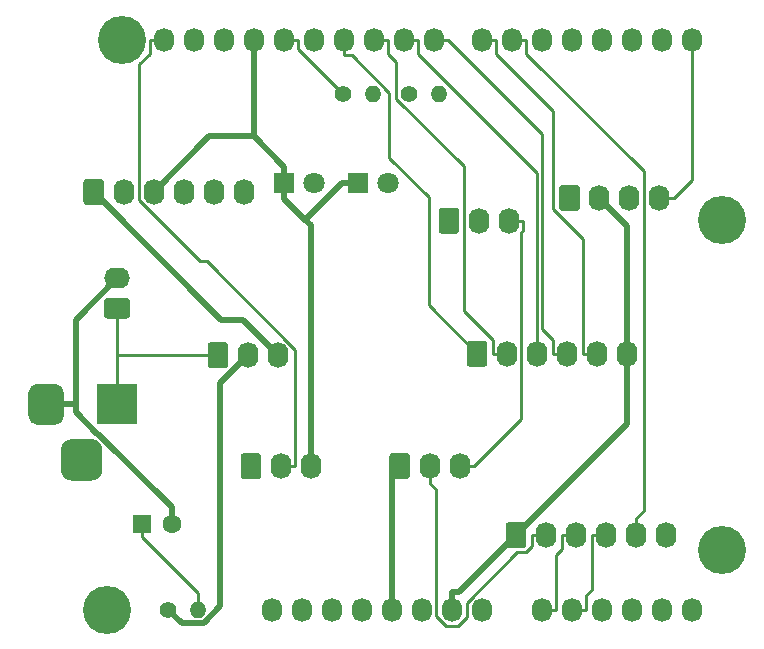
<source format=gbr>
G04 #@! TF.GenerationSoftware,KiCad,Pcbnew,(5.1.9-0-10_14)*
G04 #@! TF.CreationDate,2022-06-30T07:20:20+10:00*
G04 #@! TF.ProjectId,OH - Sim Control,4f48202d-2053-4696-9d20-436f6e74726f,rev?*
G04 #@! TF.SameCoordinates,Original*
G04 #@! TF.FileFunction,Copper,L2,Bot*
G04 #@! TF.FilePolarity,Positive*
%FSLAX46Y46*%
G04 Gerber Fmt 4.6, Leading zero omitted, Abs format (unit mm)*
G04 Created by KiCad (PCBNEW (5.1.9-0-10_14)) date 2022-06-30 07:20:20*
%MOMM*%
%LPD*%
G01*
G04 APERTURE LIST*
G04 #@! TA.AperFunction,ComponentPad*
%ADD10O,1.740000X2.200000*%
G04 #@! TD*
G04 #@! TA.AperFunction,ComponentPad*
%ADD11O,2.200000X1.740000*%
G04 #@! TD*
G04 #@! TA.AperFunction,ComponentPad*
%ADD12C,1.400000*%
G04 #@! TD*
G04 #@! TA.AperFunction,ComponentPad*
%ADD13O,1.400000X1.400000*%
G04 #@! TD*
G04 #@! TA.AperFunction,ComponentPad*
%ADD14R,3.500000X3.500000*%
G04 #@! TD*
G04 #@! TA.AperFunction,ComponentPad*
%ADD15C,1.800000*%
G04 #@! TD*
G04 #@! TA.AperFunction,ComponentPad*
%ADD16R,1.800000X1.800000*%
G04 #@! TD*
G04 #@! TA.AperFunction,ComponentPad*
%ADD17R,1.600000X1.600000*%
G04 #@! TD*
G04 #@! TA.AperFunction,ComponentPad*
%ADD18C,1.600000*%
G04 #@! TD*
G04 #@! TA.AperFunction,ComponentPad*
%ADD19O,1.727200X2.032000*%
G04 #@! TD*
G04 #@! TA.AperFunction,ComponentPad*
%ADD20C,4.064000*%
G04 #@! TD*
G04 #@! TA.AperFunction,Conductor*
%ADD21C,0.250000*%
G04 #@! TD*
G04 #@! TA.AperFunction,Conductor*
%ADD22C,0.500000*%
G04 #@! TD*
G04 APERTURE END LIST*
D10*
X159004000Y-90906600D03*
X156464000Y-90906600D03*
G04 #@! TA.AperFunction,ComponentPad*
G36*
G01*
X153054000Y-91756601D02*
X153054000Y-90056599D01*
G75*
G02*
X153303999Y-89806600I249999J0D01*
G01*
X154544001Y-89806600D01*
G75*
G02*
X154794000Y-90056599I0J-249999D01*
G01*
X154794000Y-91756601D01*
G75*
G02*
X154544001Y-92006600I-249999J0D01*
G01*
X153303999Y-92006600D01*
G75*
G02*
X153054000Y-91756601I0J249999D01*
G01*
G37*
G04 #@! TD.AperFunction*
D11*
X125832000Y-95783400D03*
G04 #@! TA.AperFunction,ComponentPad*
G36*
G01*
X126682001Y-99193400D02*
X124981999Y-99193400D01*
G75*
G02*
X124732000Y-98943401I0J249999D01*
G01*
X124732000Y-97703399D01*
G75*
G02*
X124981999Y-97453400I249999J0D01*
G01*
X126682001Y-97453400D01*
G75*
G02*
X126932000Y-97703399I0J-249999D01*
G01*
X126932000Y-98943401D01*
G75*
G02*
X126682001Y-99193400I-249999J0D01*
G01*
G37*
G04 #@! TD.AperFunction*
D10*
X139446000Y-102286000D03*
X136906000Y-102286000D03*
G04 #@! TA.AperFunction,ComponentPad*
G36*
G01*
X133496000Y-103136001D02*
X133496000Y-101435999D01*
G75*
G02*
X133745999Y-101186000I249999J0D01*
G01*
X134986001Y-101186000D01*
G75*
G02*
X135236000Y-101435999I0J-249999D01*
G01*
X135236000Y-103136001D01*
G75*
G02*
X134986001Y-103386000I-249999J0D01*
G01*
X133745999Y-103386000D01*
G75*
G02*
X133496000Y-103136001I0J249999D01*
G01*
G37*
G04 #@! TD.AperFunction*
D12*
X130150000Y-123825000D03*
D13*
X132690000Y-123825000D03*
D12*
X144932000Y-80137000D03*
D13*
X147472000Y-80137000D03*
D12*
X150520000Y-80137000D03*
D13*
X153060000Y-80137000D03*
D10*
X136550000Y-88468200D03*
X134010000Y-88468200D03*
X131470000Y-88468200D03*
X128930000Y-88468200D03*
X126390000Y-88468200D03*
G04 #@! TA.AperFunction,ComponentPad*
G36*
G01*
X122980000Y-89318201D02*
X122980000Y-87618199D01*
G75*
G02*
X123229999Y-87368200I249999J0D01*
G01*
X124470001Y-87368200D01*
G75*
G02*
X124720000Y-87618199I0J-249999D01*
G01*
X124720000Y-89318201D01*
G75*
G02*
X124470001Y-89568200I-249999J0D01*
G01*
X123229999Y-89568200D01*
G75*
G02*
X122980000Y-89318201I0J249999D01*
G01*
G37*
G04 #@! TD.AperFunction*
X154838000Y-111683000D03*
X152298000Y-111683000D03*
G04 #@! TA.AperFunction,ComponentPad*
G36*
G01*
X148888000Y-112533001D02*
X148888000Y-110832999D01*
G75*
G02*
X149137999Y-110583000I249999J0D01*
G01*
X150378001Y-110583000D01*
G75*
G02*
X150628000Y-110832999I0J-249999D01*
G01*
X150628000Y-112533001D01*
G75*
G02*
X150378001Y-112783000I-249999J0D01*
G01*
X149137999Y-112783000D01*
G75*
G02*
X148888000Y-112533001I0J249999D01*
G01*
G37*
G04 #@! TD.AperFunction*
X172314000Y-117526000D03*
X169774000Y-117526000D03*
X167234000Y-117526000D03*
X164694000Y-117526000D03*
X162154000Y-117526000D03*
G04 #@! TA.AperFunction,ComponentPad*
G36*
G01*
X158744000Y-118376001D02*
X158744000Y-116675999D01*
G75*
G02*
X158993999Y-116426000I249999J0D01*
G01*
X160234001Y-116426000D01*
G75*
G02*
X160484000Y-116675999I0J-249999D01*
G01*
X160484000Y-118376001D01*
G75*
G02*
X160234001Y-118626000I-249999J0D01*
G01*
X158993999Y-118626000D01*
G75*
G02*
X158744000Y-118376001I0J249999D01*
G01*
G37*
G04 #@! TD.AperFunction*
X171755000Y-88976200D03*
X169215000Y-88976200D03*
X166675000Y-88976200D03*
G04 #@! TA.AperFunction,ComponentPad*
G36*
G01*
X163265000Y-89826201D02*
X163265000Y-88126199D01*
G75*
G02*
X163514999Y-87876200I249999J0D01*
G01*
X164755001Y-87876200D01*
G75*
G02*
X165005000Y-88126199I0J-249999D01*
G01*
X165005000Y-89826201D01*
G75*
G02*
X164755001Y-90076200I-249999J0D01*
G01*
X163514999Y-90076200D01*
G75*
G02*
X163265000Y-89826201I0J249999D01*
G01*
G37*
G04 #@! TD.AperFunction*
X169012000Y-102184000D03*
X166472000Y-102184000D03*
X163932000Y-102184000D03*
X161392000Y-102184000D03*
X158852000Y-102184000D03*
G04 #@! TA.AperFunction,ComponentPad*
G36*
G01*
X155442000Y-103034001D02*
X155442000Y-101333999D01*
G75*
G02*
X155691999Y-101084000I249999J0D01*
G01*
X156932001Y-101084000D01*
G75*
G02*
X157182000Y-101333999I0J-249999D01*
G01*
X157182000Y-103034001D01*
G75*
G02*
X156932001Y-103284000I-249999J0D01*
G01*
X155691999Y-103284000D01*
G75*
G02*
X155442000Y-103034001I0J249999D01*
G01*
G37*
G04 #@! TD.AperFunction*
X142240000Y-111683000D03*
X139700000Y-111683000D03*
G04 #@! TA.AperFunction,ComponentPad*
G36*
G01*
X136290000Y-112533001D02*
X136290000Y-110832999D01*
G75*
G02*
X136539999Y-110583000I249999J0D01*
G01*
X137780001Y-110583000D01*
G75*
G02*
X138030000Y-110832999I0J-249999D01*
G01*
X138030000Y-112533001D01*
G75*
G02*
X137780001Y-112783000I-249999J0D01*
G01*
X136539999Y-112783000D01*
G75*
G02*
X136290000Y-112533001I0J249999D01*
G01*
G37*
G04 #@! TD.AperFunction*
G04 #@! TA.AperFunction,ComponentPad*
G36*
G01*
X121082000Y-112026000D02*
X121082000Y-110276000D01*
G75*
G02*
X121957000Y-109401000I875000J0D01*
G01*
X123707000Y-109401000D01*
G75*
G02*
X124582000Y-110276000I0J-875000D01*
G01*
X124582000Y-112026000D01*
G75*
G02*
X123707000Y-112901000I-875000J0D01*
G01*
X121957000Y-112901000D01*
G75*
G02*
X121082000Y-112026000I0J875000D01*
G01*
G37*
G04 #@! TD.AperFunction*
G04 #@! TA.AperFunction,ComponentPad*
G36*
G01*
X118332000Y-107451000D02*
X118332000Y-105451000D01*
G75*
G02*
X119082000Y-104701000I750000J0D01*
G01*
X120582000Y-104701000D01*
G75*
G02*
X121332000Y-105451000I0J-750000D01*
G01*
X121332000Y-107451000D01*
G75*
G02*
X120582000Y-108201000I-750000J0D01*
G01*
X119082000Y-108201000D01*
G75*
G02*
X118332000Y-107451000I0J750000D01*
G01*
G37*
G04 #@! TD.AperFunction*
D14*
X125832000Y-106451000D03*
D15*
X142545000Y-87706200D03*
D16*
X140005000Y-87706200D03*
D15*
X148793000Y-87706200D03*
D16*
X146253000Y-87706200D03*
D17*
X127965000Y-116561000D03*
D18*
X130465000Y-116561000D03*
D19*
X138938000Y-123825000D03*
X141478000Y-123825000D03*
X144018000Y-123825000D03*
X146558000Y-123825000D03*
X149098000Y-123825000D03*
X151638000Y-123825000D03*
X154178000Y-123825000D03*
X156718000Y-123825000D03*
X161798000Y-123825000D03*
X164338000Y-123825000D03*
X166878000Y-123825000D03*
X169418000Y-123825000D03*
X171958000Y-123825000D03*
X174498000Y-123825000D03*
X129794000Y-75565000D03*
X132334000Y-75565000D03*
X134874000Y-75565000D03*
X137414000Y-75565000D03*
X139954000Y-75565000D03*
X142494000Y-75565000D03*
X145034000Y-75565000D03*
X147574000Y-75565000D03*
X150114000Y-75565000D03*
X152654000Y-75565000D03*
X156718000Y-75565000D03*
X159258000Y-75565000D03*
X161798000Y-75565000D03*
X164338000Y-75565000D03*
X166878000Y-75565000D03*
X169418000Y-75565000D03*
X171958000Y-75565000D03*
X174498000Y-75565000D03*
D20*
X124968000Y-123825000D03*
X177038000Y-118745000D03*
X126238000Y-75565000D03*
X177038000Y-90805000D03*
D21*
X127965000Y-116561000D02*
X127965000Y-117686300D01*
X127965000Y-117686300D02*
X132690000Y-122411300D01*
X132690000Y-122411300D02*
X132690000Y-123825000D01*
D22*
X123850000Y-88468200D02*
X134674800Y-99293000D01*
X134674800Y-99293000D02*
X136453000Y-99293000D01*
X136453000Y-99293000D02*
X139446000Y-102286000D01*
X149098000Y-123825000D02*
X149098000Y-112343000D01*
X149098000Y-112343000D02*
X149758000Y-111683000D01*
X137414000Y-83764900D02*
X140005000Y-86355900D01*
X137414000Y-75565000D02*
X137414000Y-83764900D01*
X137414000Y-83764900D02*
X133633300Y-83764900D01*
X133633300Y-83764900D02*
X128930000Y-88468200D01*
X140005000Y-87706200D02*
X140005000Y-86355900D01*
X141778700Y-90830200D02*
X142240000Y-91291500D01*
X142240000Y-91291500D02*
X142240000Y-111683000D01*
X140005000Y-89056500D02*
X141778700Y-90830200D01*
X141778700Y-90830200D02*
X144902700Y-87706200D01*
X146253000Y-87706200D02*
X144902700Y-87706200D01*
X140005000Y-87706200D02*
X140005000Y-89056500D01*
X122328300Y-106451000D02*
X122328300Y-107136600D01*
X122328300Y-107136600D02*
X124139000Y-108947300D01*
X124139000Y-108947300D02*
X124259900Y-108947300D01*
X124259900Y-108947300D02*
X130465000Y-115152400D01*
X130465000Y-115152400D02*
X130465000Y-116561000D01*
X125832000Y-95783400D02*
X122328300Y-99287100D01*
X122328300Y-99287100D02*
X122328300Y-106451000D01*
X122328300Y-106451000D02*
X119832000Y-106451000D01*
X169012000Y-102184000D02*
X169012000Y-108128000D01*
X169012000Y-108128000D02*
X159614000Y-117526000D01*
X166675000Y-88976200D02*
X169012000Y-91313200D01*
X169012000Y-91313200D02*
X169012000Y-102184000D01*
X154178000Y-123825000D02*
X154178000Y-122358700D01*
X154178000Y-122358700D02*
X154781300Y-122358700D01*
X154781300Y-122358700D02*
X159614000Y-117526000D01*
D21*
X164694000Y-117526000D02*
X163498700Y-117526000D01*
X161798000Y-123825000D02*
X162986900Y-123825000D01*
X162986900Y-123825000D02*
X162986900Y-119233100D01*
X162986900Y-119233100D02*
X163498700Y-118721300D01*
X163498700Y-118721300D02*
X163498700Y-117526000D01*
X164338000Y-123825000D02*
X165526900Y-123825000D01*
X167234000Y-117526000D02*
X166038700Y-117526000D01*
X165526900Y-123825000D02*
X165526900Y-122636100D01*
X165526900Y-122636100D02*
X166038700Y-122124300D01*
X166038700Y-122124300D02*
X166038700Y-117526000D01*
X129794000Y-75565000D02*
X128605100Y-75565000D01*
X139700000Y-111683000D02*
X140895300Y-111683000D01*
X140895300Y-111683000D02*
X140895300Y-101813300D01*
X140895300Y-101813300D02*
X133405600Y-94323600D01*
X133405600Y-94323600D02*
X132821600Y-94323600D01*
X132821600Y-94323600D02*
X127683400Y-89185400D01*
X127683400Y-89185400D02*
X127683400Y-77675600D01*
X127683400Y-77675600D02*
X128605100Y-76753900D01*
X128605100Y-76753900D02*
X128605100Y-75565000D01*
X163932000Y-102184000D02*
X162736700Y-102184000D01*
X152654000Y-75565000D02*
X153842900Y-75565000D01*
X153842900Y-75565000D02*
X161842400Y-83564500D01*
X161842400Y-83564500D02*
X161842400Y-100094400D01*
X161842400Y-100094400D02*
X162736700Y-100988700D01*
X162736700Y-100988700D02*
X162736700Y-102184000D01*
X166472000Y-102184000D02*
X165276700Y-102184000D01*
X156718000Y-75565000D02*
X157906900Y-75565000D01*
X157906900Y-75565000D02*
X157906900Y-76753900D01*
X157906900Y-76753900D02*
X162736700Y-81583700D01*
X162736700Y-81583700D02*
X162736700Y-89952100D01*
X162736700Y-89952100D02*
X165276700Y-92492100D01*
X165276700Y-92492100D02*
X165276700Y-102184000D01*
X171755000Y-88976200D02*
X172950300Y-88976200D01*
X174498000Y-75565000D02*
X174498000Y-87428500D01*
X174498000Y-87428500D02*
X172950300Y-88976200D01*
X139954000Y-75565000D02*
X141142900Y-75565000D01*
X141142900Y-75565000D02*
X141142900Y-76347900D01*
X141142900Y-76347900D02*
X144932000Y-80137000D01*
X125832000Y-102286000D02*
X125832000Y-98323400D01*
X125832000Y-106451000D02*
X125832000Y-102286000D01*
X125832000Y-102286000D02*
X134366000Y-102286000D01*
D22*
X136906000Y-102286000D02*
X134586500Y-104605500D01*
X134586500Y-104605500D02*
X134586500Y-123557600D01*
X134586500Y-123557600D02*
X133151200Y-124992900D01*
X133151200Y-124992900D02*
X131317900Y-124992900D01*
X131317900Y-124992900D02*
X130150000Y-123825000D01*
D21*
X150114000Y-75565000D02*
X151302900Y-75565000D01*
X151302900Y-75565000D02*
X151302900Y-76753900D01*
X151302900Y-76753900D02*
X161392000Y-86843000D01*
X161392000Y-86843000D02*
X161392000Y-102184000D01*
X147574000Y-75565000D02*
X148762900Y-75565000D01*
X157656700Y-102184000D02*
X157656700Y-100988700D01*
X157656700Y-100988700D02*
X155194500Y-98526500D01*
X155194500Y-98526500D02*
X155194500Y-86293800D01*
X155194500Y-86293800D02*
X149482900Y-80582200D01*
X149482900Y-80582200D02*
X149482900Y-77473900D01*
X149482900Y-77473900D02*
X148762900Y-76753900D01*
X148762900Y-76753900D02*
X148762900Y-75565000D01*
X158852000Y-102184000D02*
X157656700Y-102184000D01*
X145034000Y-75565000D02*
X145034000Y-76906300D01*
X145034000Y-76906300D02*
X145694400Y-76906300D01*
X145694400Y-76906300D02*
X148873300Y-80085200D01*
X148873300Y-80085200D02*
X148873300Y-85602300D01*
X148873300Y-85602300D02*
X152202600Y-88931600D01*
X152202600Y-88931600D02*
X152202600Y-98074600D01*
X152202600Y-98074600D02*
X156312000Y-102184000D01*
X152298000Y-111683000D02*
X152298000Y-113108300D01*
X162154000Y-117526000D02*
X160958700Y-117526000D01*
X160958700Y-117526000D02*
X160958700Y-118470500D01*
X160958700Y-118470500D02*
X160476900Y-118952300D01*
X160476900Y-118952300D02*
X159724500Y-118952300D01*
X159724500Y-118952300D02*
X155448000Y-123228800D01*
X155448000Y-123228800D02*
X155448000Y-124463000D01*
X155448000Y-124463000D02*
X154687200Y-125223800D01*
X154687200Y-125223800D02*
X153690600Y-125223800D01*
X153690600Y-125223800D02*
X152856400Y-124389600D01*
X152856400Y-124389600D02*
X152856400Y-113666700D01*
X152856400Y-113666700D02*
X152298000Y-113108300D01*
X159258000Y-75565000D02*
X160446900Y-75565000D01*
X169774000Y-117526000D02*
X169774000Y-116100700D01*
X169774000Y-116100700D02*
X170410300Y-115464400D01*
X170410300Y-115464400D02*
X170410300Y-86717300D01*
X170410300Y-86717300D02*
X160446900Y-76753900D01*
X160446900Y-76753900D02*
X160446900Y-75565000D01*
X159004000Y-90906600D02*
X160199300Y-90906600D01*
X154838000Y-111683000D02*
X156033300Y-111683000D01*
X156033300Y-111683000D02*
X160052000Y-107664300D01*
X160052000Y-107664300D02*
X160052000Y-91882400D01*
X160052000Y-91882400D02*
X160199300Y-91735100D01*
X160199300Y-91735100D02*
X160199300Y-90906600D01*
M02*

</source>
